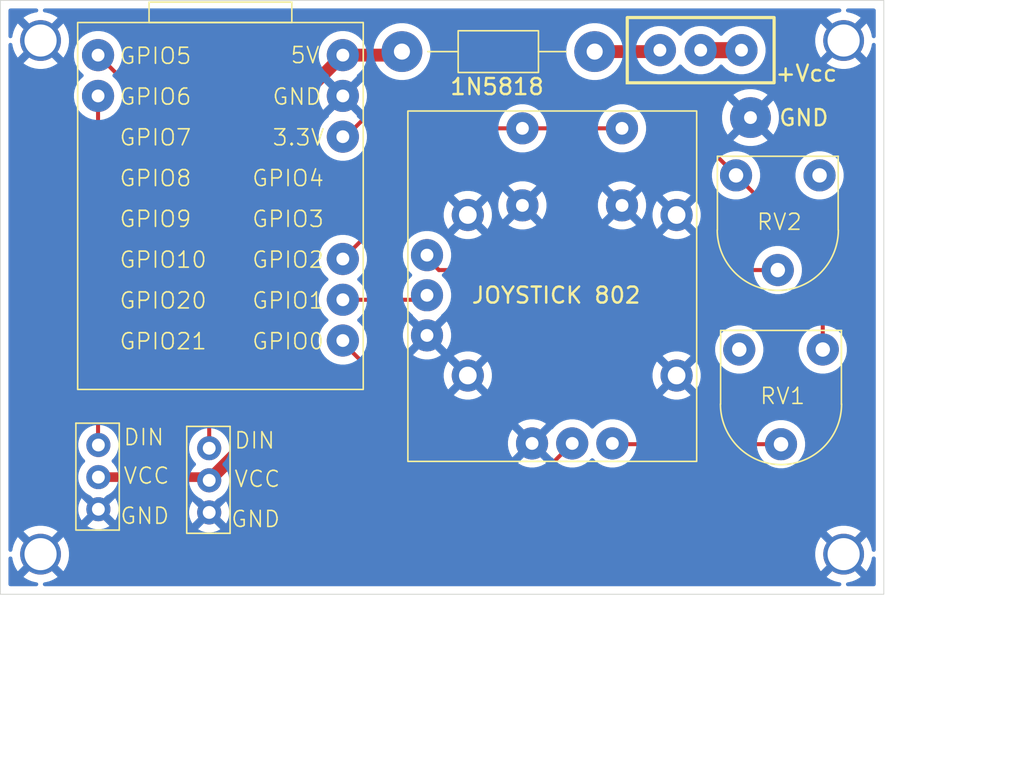
<source format=kicad_pcb>
(kicad_pcb (version 20241229) (generator "pcbnew") (generator_version "9.0")
  (layers (0 "F.Cu" signal) (2 "B.Cu" mixed) (13 "F.Paste" user) (15 "B.Paste" user) (5 "F.SilkS" user "F.Silkscreen") (7 "B.SilkS" user "B.Silkscreen") (1 "F.Mask" user) (3 "B.Mask" user) (25 "Edge.Cuts" user))
  (net 0 "")
  (net 1 "GND")
  (net 2 "Net-(D1-DIN)")
  (net 3 "Net-(D2-DIN)")
  (net 4 "Net-(SW1-A)")
  (net 5 "Net-(RV1-Pad3)")
  (net 7 "+3.3V")
  (net 9 "Net-(RV2-Pad3)")
  (net 10 "Net-(U1-GPIO0)")
  (net 11 "Net-(U1-GPIO2)")
  (net 12 "Net-(U1-GPIO1)")
  (net 13 "+5V")
  (net 14 "+BATT")
  (footprint "telecommande:Neopixel_x1" (layer "F.Cu") (at 86 104.9)
    (property "Reference" "D1" (hide yes))
    (property "Value" "Neopixel_x1" (hide yes))
    (fp_line (start -1.4 -3.36) (end 1.3 -3.36) (stroke (width 0.1)) (layer "F.SilkS"))
    (fp_line (start -1.4 3.3) (end -1.4 -3.36) (stroke (width 0.1)) (layer "F.SilkS"))
    (fp_line (start 1.3 -3.36) (end 1.3 3.3) (stroke (width 0.1)) (layer "F.SilkS"))
    (fp_line (start 1.3 3.3) (end -1.35 3.3) (stroke (width 0.1)) (layer "F.SilkS"))
    (fp_text user "VCC" (at 1.5 0.5 0) (layer "F.SilkS") (effects (font (thickness 0.1)) (justify left bottom)))
    (fp_text user "GND" (at 1.3 3 0) (layer "F.SilkS") (effects (font (thickness 0.1)) (justify left bottom)))
    (fp_text user "DIN" (at 1.5 -1.9 0) (layer "F.SilkS") (effects (font (thickness 0.1)) (justify left bottom)))
    (pad "1" thru_hole circle (at 0 -2) (size 1.5 1.5) (drill 0.8) (layers "*.Cu" "*.Mask") (net 2 "Net-(D1-DIN)"))
    (pad "2" thru_hole circle (at 0 0) (size 1.5 1.5) (drill 0.8) (layers "*.Cu" "*.Mask") (net 13 "+5V"))
    (pad "3" thru_hole circle (at 0 2) (size 1.5 1.5) (drill 0.8) (layers "*.Cu" "*.Mask") (net 1 "GND"))
  )
  (footprint "telecommande:Neopixel_x1" (layer "F.Cu") (at 79.1 104.7)
    (property "Reference" "D2" (hide yes))
    (property "Value" "Neopixel_x1" (hide yes))
    (fp_line (start -1.4 -3.36) (end 1.3 -3.36) (stroke (width 0.1)) (layer "F.SilkS"))
    (fp_line (start -1.4 3.3) (end -1.4 -3.36) (stroke (width 0.1)) (layer "F.SilkS"))
    (fp_line (start 1.3 -3.36) (end 1.3 3.3) (stroke (width 0.1)) (layer "F.SilkS"))
    (fp_line (start 1.3 3.3) (end -1.35 3.3) (stroke (width 0.1)) (layer "F.SilkS"))
    (fp_text user "DIN" (at 1.5 -1.9 0) (layer "F.SilkS") (effects (font (thickness 0.1)) (justify left bottom)))
    (fp_text user "GND" (at 1.3 3 0) (layer "F.SilkS") (effects (font (thickness 0.1)) (justify left bottom)))
    (fp_text user "VCC" (at 1.5 0.5 0) (layer "F.SilkS") (effects (font (thickness 0.1)) (justify left bottom)))
    (pad "1" thru_hole circle (at 0 -2) (size 1.5 1.5) (drill 0.8) (layers "*.Cu" "*.Mask") (net 3 "Net-(D2-DIN)"))
    (pad "2" thru_hole circle (at 0 0) (size 1.5 1.5) (drill 0.8) (layers "*.Cu" "*.Mask") (net 13 "+5V"))
    (pad "3" thru_hole circle (at 0 2) (size 1.5 1.5) (drill 0.8) (layers "*.Cu" "*.Mask") (net 1 "GND"))
  )
  (footprint "Gilles_Library:DRILL_HOLE" (layer "F.Cu") (at 125.5 109.5)
    (property "Reference" "DH4" (hide yes))
    (property "Value" "DRILL" (hide yes))
    (pad "1" thru_hole circle (at 0 0) (size 2.54 2.54) (drill 2) (layers "*.Cu" "*.Mask") (net 1 "GND"))
  )
  (footprint "Gilles_Library:SINGLE PIN" (layer "F.Cu") (at 119.7 82.3)
    (property "Reference" "J1" (hide yes))
    (property "Value" "Conn_01x01_Pin" (hide yes))
    (pad "1" thru_hole circle (at 0 0) (size 2.54 2.54) (drill 0.8) (layers "*.Cu" "*.Mask") (net 1 "GND"))
  )
  (footprint "Gilles_Library:SW_MINI_X1" (layer "F.Cu") (at 116.6 78.1 90)
    (property "Reference" "SW1" (hide yes))
    (property "Value" "SW_MINI_x1" (hide yes))
    (fp_rect (start -2.032 -4.572) (end 2.032 4.572) (stroke (width 0.2)) (fill no) (layer "F.SilkS"))
    (pad "1" thru_hole circle (at 0 -2.54 90) (size 2 2) (drill 0.8) (layers "*.Cu" "*.Mask") (net 4 "Net-(SW1-A)"))
    (pad "2" thru_hole circle (at 0 0 90) (size 2 2) (drill 0.8) (layers "*.Cu" "*.Mask") (net 14 "+BATT"))
    (pad "3" thru_hole circle (at 0 2.54 90) (size 2 2) (drill 0.8) (layers "*.Cu" "*.Mask") (net 14 "+BATT"))
  )
  (footprint "Gilles_Library:TRIMMER" (layer "F.Cu") (at 121.4 85.9 180)
    (property "Reference" "RV2" (at -0.1 -2.9 0) (layer "F.SilkS") (effects (font (thickness 0.1))))
    (property "Value" "TRIMMER" (hide yes))
    (fp_line (start 3.76 -3.4) (end 3.76 1.19) (stroke (width 0.1)) (layer "F.SilkS"))
    (fp_line (start -3.76 1.19) (end -3.76 -3.41) (stroke (width 0.1)) (layer "F.SilkS"))
    (fp_line (start -3.77 1.19) (end 3.75 1.19) (stroke (width 0.1)) (layer "F.SilkS"))
    (fp_arc (start -3.770212 -3.4) (mid 0 -7.170212) (end 3.770212 -3.4) (stroke (width 0.1)) (layer "F.SilkS"))
    (pad "1" thru_hole circle (at -2.6 0 180) (size 2 2) (drill 0.9) (layers "*.Cu" "*.Mask"))
    (pad "2" thru_hole circle (at 2.6 0 180) (size 2 2) (drill 0.9) (layers "*.Cu" "*.Mask") (net 7 "+3.3V"))
    (pad "3" thru_hole circle (at 0 -5.9 180) (size 2 2) (drill 0.9) (layers "*.Cu" "*.Mask") (net 9 "Net-(RV2-Pad3)"))
  )
  (footprint "Gilles_Library:TRIMMER" (layer "F.Cu") (at 121.6 96.75 180)
    (property "Reference" "RV1" (at -0.1 -2.9 0) (layer "F.SilkS") (effects (font (thickness 0.1))))
    (property "Value" "TRIMMER" (hide yes))
    (fp_line (start 3.76 -3.4) (end 3.76 1.19) (stroke (width 0.1)) (layer "F.SilkS"))
    (fp_line (start -3.76 1.19) (end -3.76 -3.41) (stroke (width 0.1)) (layer "F.SilkS"))
    (fp_line (start -3.77 1.19) (end 3.75 1.19) (stroke (width 0.1)) (layer "F.SilkS"))
    (fp_arc (start -3.770212 -3.4) (mid 0 -7.170212) (end 3.770212 -3.4) (stroke (width 0.1)) (layer "F.SilkS"))
    (pad "1" thru_hole circle (at -2.6 0 180) (size 2 2) (drill 0.9) (layers "*.Cu" "*.Mask") (net 7 "+3.3V"))
    (pad "2" thru_hole circle (at 2.6 0 180) (size 2 2) (drill 0.9) (layers "*.Cu" "*.Mask"))
    (pad "3" thru_hole circle (at 0 -5.9 180) (size 2 2) (drill 0.9) (layers "*.Cu" "*.Mask") (net 5 "Net-(RV1-Pad3)"))
  )
  (footprint "telecommande:ESP32-C3_SUPERMINI" (layer "F.Cu") (at 86.7 87.3)
    (property "Reference" "U1" (hide yes))
    (property "Value" "ESP32-C3_SUPERMINI" (hide yes))
    (fp_rect (start -8.89 -10.922) (end 8.89 11.938) (stroke (width 0.1)) (fill no) (layer "F.SilkS"))
    (fp_rect (start -4.445 -12.192) (end 4.445 -10.922) (stroke (width 0.1)) (fill no) (layer "F.SilkS"))
    (fp_text user "GPIO4" (at 1.905 -0.635 0) (layer "F.SilkS") (effects (font (thickness 0.1)) (justify left bottom)))
    (fp_text user "GPIO20" (at -6.35 6.985 0) (layer "F.SilkS") (effects (font (thickness 0.1)) (justify left bottom)))
    (fp_text user "GPIO9" (at -6.35 1.905 0) (layer "F.SilkS") (effects (font (thickness 0.1)) (justify left bottom)))
    (fp_text user "GPIO1" (at 1.905 6.985 0) (layer "F.SilkS") (effects (font (thickness 0.1)) (justify left bottom)))
    (fp_text user "GPIO2" (at 1.905 4.445 0) (layer "F.SilkS") (effects (font (thickness 0.1)) (justify left bottom)))
    (fp_text user "GPIO5" (at -6.35 -8.255 0) (layer "F.SilkS") (effects (font (thickness 0.1)) (justify left bottom)))
    (fp_text user "GPIO21" (at -6.35 9.525 0) (layer "F.SilkS") (effects (font (thickness 0.1)) (justify left bottom)))
    (fp_text user "GPIO3" (at 1.905 1.905 0) (layer "F.SilkS") (effects (font (thickness 0.1)) (justify left bottom)))
    (fp_text user "GPIO6" (at -6.35 -5.715 0) (layer "F.SilkS") (effects (font (thickness 0.1)) (justify left bottom)))
    (fp_text user "GPIO0" (at 1.905 9.525 0) (layer "F.SilkS") (effects (font (thickness 0.1)) (justify left bottom)))
    (fp_text user "5V" (at 4.3 -8.3 0) (layer "F.SilkS") (effects (font (thickness 0.1)) (justify left bottom)))
    (fp_text user "GPIO7" (at -6.35 -3.175 0) (layer "F.SilkS") (effects (font (thickness 0.1)) (justify left bottom)))
    (fp_text user "GPIO10" (at -6.35 4.445 0) (layer "F.SilkS") (effects (font (thickness 0.1)) (justify left bottom)))
    (fp_text user "GPIO8" (at -6.35 -0.635 0) (layer "F.SilkS") (effects (font (thickness 0.1)) (justify left bottom)))
    (fp_text user "GND" (at 3.175 -5.715 0) (layer "F.SilkS") (effects (font (thickness 0.1)) (justify left bottom)))
    (fp_text user "3.3V" (at 3.175 -3.175 0) (layer "F.SilkS") (effects (font (thickness 0.1)) (justify left bottom)))
    (pad "1" thru_hole circle (at 7.62 -8.89) (size 2 2) (drill 0.8) (layers "*.Cu" "*.Mask") (net 13 "+5V"))
    (pad "2" thru_hole circle (at 7.62 -6.35) (size 2 2) (drill 0.8) (layers "*.Cu" "*.Mask") (net 1 "GND"))
    (pad "3" thru_hole circle (at 7.62 -3.81) (size 2 2) (drill 0.8) (layers "*.Cu" "*.Mask") (net 7 "+3.3V"))
    (pad "6" thru_hole circle (at 7.62 3.81) (size 2 2) (drill 0.8) (layers "*.Cu" "*.Mask") (net 11 "Net-(U1-GPIO2)"))
    (pad "7" thru_hole circle (at 7.62 6.35) (size 2 2) (drill 0.8) (layers "*.Cu" "*.Mask") (net 12 "Net-(U1-GPIO1)"))
    (pad "8" thru_hole circle (at 7.62 8.89) (size 2 2) (drill 0.8) (layers "*.Cu" "*.Mask") (net 10 "Net-(U1-GPIO0)"))
    (pad "9" thru_hole circle (at -7.62 -8.89) (size 2 2) (drill 0.8) (layers "*.Cu" "*.Mask") (net 2 "Net-(D1-DIN)"))
    (pad "10" thru_hole circle (at -7.62 -6.35) (size 2 2) (drill 0.8) (layers "*.Cu" "*.Mask") (net 3 "Net-(D2-DIN)"))
  )
  (footprint "Gilles_Library:DRILL_HOLE" (layer "F.Cu") (at 75.5 109.5)
    (property "Reference" "DH3" (hide yes))
    (property "Value" "DRILL" (hide yes))
    (pad "1" thru_hole circle (at 0 0) (size 2.54 2.54) (drill 2) (layers "*.Cu" "*.Mask") (net 1 "GND"))
  )
  (footprint "Gilles_Library:DRILL_HOLE" (layer "F.Cu") (at 125.5 77.5)
    (property "Reference" "DH2" (hide yes))
    (property "Value" "DRILL" (hide yes))
    (pad "1" thru_hole circle (at 0 0) (size 2.54 2.54) (drill 2) (layers "*.Cu" "*.Mask") (net 1 "GND"))
  )
  (footprint "Gilles_Library:DRILL_HOLE" (layer "F.Cu") (at 75.5 77.5)
    (property "Reference" "DH1" (hide yes))
    (property "Value" "DRILL" (hide yes))
    (pad "1" thru_hole circle (at 0 0) (size 2.54 2.54) (drill 2) (layers "*.Cu" "*.Mask") (net 1 "GND"))
  )
  (footprint "Gilles_Library:JOYSTICK_MODEL_802" (layer "F.Cu") (at 108.6 93.37 -90)
    (property "Reference" "U2" (hide yes))
    (property "Value" "JOYSTICK 802" (at 0 1 0) (layer "F.SilkS"))
    (fp_rect (start -11.48 -7.75) (end 10.35 10.23) (stroke (width 0.1)) (fill no) (layer "F.SilkS"))
    (pad "1" thru_hole circle (at -2.5 9.04 270) (size 2 2) (drill 0.8) (layers "*.Cu" "*.Mask") (net 9 "Net-(RV2-Pad3)"))
    (pad "2" thru_hole circle (at 0 9.04 270) (size 2 2) (drill 0.8) (layers "*.Cu" "*.Mask") (net 12 "Net-(U1-GPIO1)"))
    (pad "3" thru_hole circle (at 2.5 9.04 270) (size 2 2) (drill 0.8) (layers "*.Cu" "*.Mask") (net 1 "GND"))
    (pad "4" thru_hole circle (at 9.23 2.5 270) (size 2 2) (drill 0.8) (layers "*.Cu" "*.Mask") (net 1 "GND"))
    (pad "5" thru_hole circle (at 9.23 0 270) (size 2 2) (drill 0.8) (layers "*.Cu" "*.Mask") (net 10 "Net-(U1-GPIO0)"))
    (pad "6" thru_hole circle (at 9.23 -2.5 270) (size 2 2) (drill 0.8) (layers "*.Cu" "*.Mask") (net 5 "Net-(RV1-Pad3)"))
    (pad "7" thru_hole circle (at -5.6 -3.1 270) (size 2 2) (drill 0.8) (layers "*.Cu" "*.Mask") (net 1 "GND"))
    (pad "8" thru_hole circle (at -5.6 3.1 270) (size 2 2) (drill 0.8) (layers "*.Cu" "*.Mask") (net 1 "GND"))
    (pad "9" thru_hole circle (at -10.4 -3.1 270) (size 2 2) (drill 0.8) (layers "*.Cu" "*.Mask") (net 11 "Net-(U1-GPIO2)"))
    (pad "10" thru_hole circle (at -10.4 3.1 270) (size 2 2) (drill 0.8) (layers "*.Cu" "*.Mask") (net 11 "Net-(U1-GPIO2)"))
    (pad "11" thru_hole circle (at 5 6.5 270) (size 2 2) (drill 1.1) (layers "*.Cu" "*.Mask") (net 1 "GND"))
    (pad "12" thru_hole circle (at 5 -6.5 270) (size 2 2) (drill 1.1) (layers "*.Cu" "*.Mask") (net 1 "GND"))
    (pad "13" thru_hole circle (at -5 6.5 270) (size 2 2) (drill 1.1) (layers "*.Cu" "*.Mask") (net 1 "GND"))
    (pad "14" thru_hole circle (at -5 -6.5 270) (size 2 2) (drill 1.1) (layers "*.Cu" "*.Mask") (net 1 "GND"))
  )
  (footprint "Gilles_Library:1N5818" (layer "F.Cu") (at 104 78.19 -90)
    (property "Reference" "D3" (hide yes))
    (property "Value" "1N5818" (at 2.19 0.08 0) (layer "F.SilkS"))
    (fp_line (start 0 4.39) (end 0 2.5) (stroke (width 0.1)) (layer "F.SilkS"))
    (fp_line (start 0 -2.5) (end 0 -4.22) (stroke (width 0.1)) (layer "F.SilkS"))
    (fp_rect (start -1.3 -2.5) (end 1.3 2.5) (stroke (width 0.1)) (fill no) (layer "F.SilkS"))
    (pad "1" thru_hole circle (at 0 -6 270) (size 2.54 2.54) (drill 1) (layers "*.Cu" "*.Mask") (net 4 "Net-(SW1-A)"))
    (pad "2" thru_hole circle (at 0 6 270) (size 2.54 2.54) (drill 1) (layers "*.Cu" "*.Mask") (net 13 "+5V"))
  )
  (gr_rect (start 73 75) (end 128 112) (stroke (width 0.05)) (fill no) (layer "Edge.Cuts"))
  (gr_text "+Vcc" (at 121.172 80.132 0) (layer "F.SilkS") (effects (font (size 1 1)) (justify left bottom)))
  (gr_text "GND" (at 121.4 82.9 0) (layer "F.SilkS") (effects (font (size 1 1)) (justify left bottom)))
  (segment (start 86 85.33) (end 86 102.9) (width 0.25) (layer "F.Cu") (net 2))
  (segment (start 79.08 78.41) (end 86 85.33) (width 0.25) (layer "F.Cu") (net 2))
  (segment (start 79.08 102.68) (end 79.1 102.7) (width 0.25) (layer "F.Cu") (net 3))
  (segment (start 79.08 80.95) (end 79.08 102.68) (width 0.25) (layer "F.Cu") (net 3))
  (segment (start 113.97 78.19) (end 114.06 78.1) (width 0.8) (layer "F.Cu") (net 4))
  (segment (start 110 78.19) (end 113.97 78.19) (width 0.8) (layer "F.Cu") (net 4))
  (segment (start 109.4 78.1) (end 109.3 78.2) (width 1) (layer "F.Cu") (net 4))
  (segment (start 122.15 102.6) (end 122.2 102.65) (width 0.25) (layer "F.Cu") (net 5))
  (segment (start 111.15 102.65) (end 111.1 102.6) (width 0.25) (layer "F.Cu") (net 5))
  (segment (start 121.6 102.65) (end 111.15 102.65) (width 0.25) (layer "F.Cu") (net 5))
  (segment (start 97 81) (end 113.9 81) (width 0.25) (layer "F.Cu") (net 7))
  (segment (start 118.8 85.9) (end 124.2 91.3) (width 0.25) (layer "F.Cu") (net 7))
  (segment (start 113.9 81) (end 118.8 85.9) (width 0.25) (layer "F.Cu") (net 7))
  (segment (start 124.2 91.3) (end 124.2 96.75) (width 0.25) (layer "F.Cu") (net 7))
  (segment (start 94.32 83.49) (end 94.51 83.49) (width 0.25) (layer "F.Cu") (net 7))
  (segment (start 94.51 83.49) (end 97 81) (width 0.25) (layer "F.Cu") (net 7))
  (segment (start 121.4 91.8) (end 100.3 91.8) (width 0.25) (layer "F.Cu") (net 9))
  (segment (start 100.3 91.8) (end 99.4 90.9) (width 0.25) (layer "F.Cu") (net 9))
  (segment (start 105.2 106) (end 108.6 102.6) (width 0.25) (layer "F.Cu") (net 10))
  (segment (start 104 106) (end 105.2 106) (width 0.25) (layer "F.Cu") (net 10))
  (segment (start 94.32 96.19) (end 94.32 96.32) (width 0.25) (layer "F.Cu") (net 10))
  (segment (start 94.32 96.32) (end 104 106) (width 0.25) (layer "F.Cu") (net 10))
  (segment (start 102.46 82.97) (end 105.5 82.97) (width 0.25) (layer "F.Cu") (net 11))
  (segment (start 94.32 91.11) (end 102.46 82.97) (width 0.25) (layer "F.Cu") (net 11))
  (segment (start 105.5 82.97) (end 111.7 82.97) (width 0.25) (layer "F.Cu") (net 11))
  (segment (start 99.35 93.45) (end 99.4 93.4) (width 0.25) (layer "F.Cu") (net 12))
  (segment (start 99.28 93.65) (end 99.56 93.37) (width 0.25) (layer "F.Cu") (net 12))
  (segment (start 94.32 93.65) (end 99.28 93.65) (width 0.25) (layer "F.Cu") (net 12))
  (segment (start 85.8 104.9) (end 85.6 104.7) (width 0.6) (layer "F.Cu") (net 13))
  (segment (start 86 104.9) (end 90 100.9) (width 0.8) (layer "F.Cu") (net 13))
  (segment (start 90 82.73) (end 94.32 78.41) (width 0.8) (layer "F.Cu") (net 13))
  (segment (start 86 104.9) (end 85.8 104.9) (width 0.6) (layer "F.Cu") (net 13))
  (segment (start 97.78 78.41) (end 98 78.19) (width 0.8) (layer "F.Cu") (net 13))
  (segment (start 94.32 78.41) (end 97.78 78.41) (width 0.8) (layer "F.Cu") (net 13))
  (segment (start 90 100.9) (end 90 82.73) (width 0.8) (layer "F.Cu") (net 13))
  (segment (start 85.6 104.7) (end 79.1 104.7) (width 0.6) (layer "F.Cu") (net 13))
  (segment (start 116.6 78.1) (end 119.14 78.1) (width 1) (layer "F.Cu") (net 14))
  (zone (net 1) (net_name "GND") (layer "B.Cu") (priority 1) (connect_pads (clearance 0.5)) (min_thickness 0.25) (fill yes (thermal_gap 0.5) (thermal_bridge_width 0.5))
    (polygon (pts (xy 73 75) (xy 128 75) (xy 128 112) (xy 73 112)))
  )
)
</source>
